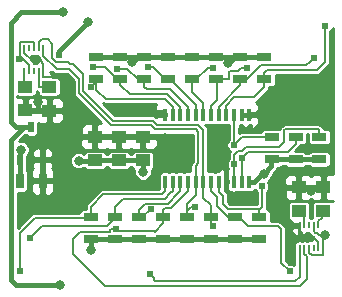
<source format=gbr>
G04 #@! TF.FileFunction,Copper,L1,Top,Signal*
%FSLAX46Y46*%
G04 Gerber Fmt 4.6, Leading zero omitted, Abs format (unit mm)*
G04 Created by KiCad (PCBNEW (2014-12-04 BZR 5312)-product) date Ut 21. apríl 2015, 11:03:53 CEST*
%MOMM*%
G01*
G04 APERTURE LIST*
%ADD10C,0.100000*%
%ADD11R,1.300000X0.700000*%
%ADD12R,0.400000X1.100000*%
%ADD13R,0.480000X0.900000*%
%ADD14O,0.225000X0.600000*%
%ADD15R,0.225000X0.600000*%
%ADD16R,1.250000X1.000000*%
%ADD17R,0.700000X1.300000*%
%ADD18C,0.812800*%
%ADD19C,0.609600*%
%ADD20C,0.203200*%
%ADD21C,0.406400*%
%ADD22C,0.254000*%
G04 APERTURE END LIST*
D10*
D11*
X183753000Y-106655400D03*
X183753000Y-104755400D03*
D12*
X188575000Y-109650000D03*
X187925000Y-109650000D03*
X187275000Y-109650000D03*
X186625000Y-109650000D03*
X185975000Y-109650000D03*
X185325000Y-109650000D03*
X184675000Y-109650000D03*
X184025000Y-109650000D03*
X183375000Y-109650000D03*
X182725000Y-109650000D03*
X182075000Y-109650000D03*
X181425000Y-109650000D03*
X181425000Y-115350000D03*
X182075000Y-115350000D03*
X182725000Y-115350000D03*
X183375000Y-115350000D03*
X184025000Y-115350000D03*
X184675000Y-115350000D03*
X185325000Y-115350000D03*
X185975000Y-115350000D03*
X186625000Y-115350000D03*
X187275000Y-115350000D03*
X187925000Y-115350000D03*
X188575000Y-115350000D03*
D13*
X170129200Y-110730440D03*
X169179200Y-113480440D03*
X171079200Y-113480440D03*
D14*
X169532400Y-105938360D03*
D15*
X169932400Y-105938360D03*
X170332400Y-105938360D03*
X170732400Y-105938360D03*
X171132400Y-105938360D03*
X171132400Y-104038360D03*
X170732400Y-104038360D03*
X170332400Y-104038360D03*
X169932400Y-104038360D03*
X169532400Y-104038360D03*
D14*
X194424200Y-119037060D03*
D15*
X194024200Y-119037060D03*
X193624200Y-119037060D03*
X193224200Y-119037060D03*
X192824200Y-119037060D03*
X192824200Y-120937060D03*
X193224200Y-120937060D03*
X193624200Y-120937060D03*
X194024200Y-120937060D03*
X194424200Y-120937060D03*
D16*
X169623740Y-107295440D03*
X169623740Y-109295440D03*
X171632880Y-107308140D03*
X171632880Y-109308140D03*
X194851020Y-117809520D03*
X194851020Y-115809520D03*
X192768220Y-117809520D03*
X192768220Y-115809520D03*
X179562000Y-113538000D03*
X179562000Y-111538000D03*
X177530000Y-113538000D03*
X177530000Y-111538000D03*
X175498000Y-113538000D03*
X175498000Y-111538000D03*
D11*
X189849000Y-104755400D03*
X189849000Y-106655400D03*
X185785000Y-106655400D03*
X185785000Y-104755400D03*
X187817000Y-104755400D03*
X187817000Y-106655400D03*
X181721000Y-106655400D03*
X181721000Y-104755400D03*
X179689000Y-106655400D03*
X179689000Y-104755400D03*
X177657000Y-106655400D03*
X177657000Y-104755400D03*
X175625000Y-106655400D03*
X175625000Y-104755400D03*
X190500000Y-113450000D03*
X190500000Y-111550000D03*
X175167800Y-118319000D03*
X175167800Y-120219000D03*
X177199800Y-118319000D03*
X177199800Y-120219000D03*
X179231800Y-118319000D03*
X179231800Y-120219000D03*
X192500000Y-113450000D03*
X192500000Y-111550000D03*
X181263800Y-118319000D03*
X181263800Y-120219000D03*
X194500000Y-113450000D03*
X194500000Y-111550000D03*
X183295800Y-118319000D03*
X183295800Y-120219000D03*
X185327800Y-118319000D03*
X185327800Y-120219000D03*
D17*
X169186820Y-115262660D03*
X171086820Y-115262660D03*
D11*
X187359800Y-118319000D03*
X187359800Y-120219000D03*
X189391800Y-118319000D03*
X189391800Y-120219000D03*
D18*
X172419577Y-113062810D03*
X174259240Y-111541560D03*
X181442360Y-111668560D03*
X189461140Y-109634020D03*
X194518280Y-108684060D03*
X180350759Y-109443501D03*
X177985420Y-109179360D03*
X170109602Y-117568980D03*
X179336700Y-115587780D03*
X185516520Y-111285020D03*
X187085194Y-116509601D03*
X193807661Y-116128216D03*
X170654980Y-108546900D03*
X182615840Y-114117120D03*
X174083980Y-115242340D03*
X174111920Y-113558320D03*
X179575460Y-114515900D03*
X175155860Y-121102120D03*
X189814200Y-114645440D03*
X186795880Y-105300871D03*
X178679004Y-105215436D03*
X174929800Y-101820980D03*
X195000000Y-119841325D03*
D19*
X172493938Y-104576880D03*
X169070030Y-104939505D03*
D18*
X172544740Y-124091700D03*
X172793660Y-100977700D03*
D19*
X187283487Y-113854946D03*
X187924440Y-113355120D03*
X187273516Y-112246955D03*
D18*
X169243229Y-112626140D03*
D19*
X195003420Y-102123240D03*
X188394340Y-105697020D03*
X185539380Y-105666540D03*
X194010280Y-104861360D03*
X180032648Y-105625900D03*
X177346535Y-105757702D03*
X175313310Y-105623360D03*
X175140620Y-107358180D03*
X169141629Y-122900440D03*
X170037760Y-120068340D03*
X191985900Y-122908060D03*
X189636326Y-115739121D03*
X183991998Y-117480080D03*
X185484181Y-119053021D03*
X180167280Y-123164600D03*
X180211209Y-117611326D03*
X177302160Y-119301260D03*
D20*
X169532400Y-105938360D02*
X169532400Y-107204100D01*
X169532400Y-107204100D02*
X169623740Y-107295440D01*
D21*
X171632880Y-109308140D02*
X172978320Y-109308140D01*
X172978320Y-109308140D02*
X174259240Y-110589060D01*
X174259240Y-110589060D02*
X174259240Y-111541560D01*
D20*
X169532400Y-104038360D02*
X169532400Y-104429660D01*
X170942000Y-105150920D02*
X171132400Y-105341320D01*
X169532400Y-104429660D02*
X170253660Y-105150920D01*
X171132400Y-105341320D02*
X171132400Y-105938360D01*
X170253660Y-105150920D02*
X170942000Y-105150920D01*
X192824200Y-119037060D02*
X192824200Y-119506762D01*
X192824200Y-119506762D02*
X193327358Y-120009920D01*
X193327358Y-120009920D02*
X194000260Y-120009920D01*
X194000260Y-120009920D02*
X194424200Y-120433860D01*
X194424200Y-120433860D02*
X194424200Y-120937060D01*
D21*
X174262800Y-111538000D02*
X174259240Y-111541560D01*
X175498000Y-111538000D02*
X174262800Y-111538000D01*
D22*
X173940827Y-111541560D02*
X172419577Y-113062810D01*
X174259240Y-111541560D02*
X173940827Y-111541560D01*
D21*
X175498000Y-111538000D02*
X177530000Y-111538000D01*
X177530000Y-111538000D02*
X179562000Y-111538000D01*
X172001947Y-113480440D02*
X172419577Y-113062810D01*
X171079200Y-113480440D02*
X172001947Y-113480440D01*
X171086820Y-113488060D02*
X171079200Y-113480440D01*
X171086820Y-115262660D02*
X171086820Y-113488060D01*
X181311800Y-111538000D02*
X181442360Y-111668560D01*
X179562000Y-111538000D02*
X181311800Y-111538000D01*
X188590980Y-109634020D02*
X188575000Y-109650000D01*
X189461140Y-109634020D02*
X188590980Y-109634020D01*
X188575000Y-109650000D02*
X187925000Y-109650000D01*
X193568320Y-109634020D02*
X194518280Y-108684060D01*
X189461140Y-109634020D02*
X193568320Y-109634020D01*
X181218501Y-109443501D02*
X181425000Y-109650000D01*
X180350759Y-109443501D02*
X181218501Y-109443501D01*
X180086618Y-109179360D02*
X180350759Y-109443501D01*
X177985420Y-109179360D02*
X180086618Y-109179360D01*
X171620180Y-109295440D02*
X171632880Y-109308140D01*
X171086820Y-116591762D02*
X170109602Y-117568980D01*
X171086820Y-115262660D02*
X171086820Y-116591762D01*
X181442360Y-113851946D02*
X181442360Y-112243296D01*
X181442360Y-112243296D02*
X181442360Y-111668560D01*
X179706526Y-115587780D02*
X181442360Y-113851946D01*
X179336700Y-115587780D02*
X179706526Y-115587780D01*
X186625000Y-114393600D02*
X186625000Y-115350000D01*
X186625000Y-114249037D02*
X186625000Y-114393600D01*
X185516520Y-113140557D02*
X186625000Y-114249037D01*
X185516520Y-111285020D02*
X185516520Y-113140557D01*
X195556401Y-109722181D02*
X195556401Y-114282959D01*
X194518280Y-108684060D02*
X195556401Y-109722181D01*
X194851020Y-114903120D02*
X194851020Y-115809520D01*
X195471181Y-114282959D02*
X194851020Y-114903120D01*
X195556401Y-114282959D02*
X195471181Y-114282959D01*
X194851020Y-115809520D02*
X192768220Y-115809520D01*
X186625000Y-116049407D02*
X187085194Y-116509601D01*
X186625000Y-115350000D02*
X186625000Y-116049407D01*
X194126357Y-115809520D02*
X193807661Y-116128216D01*
X194851020Y-115809520D02*
X194126357Y-115809520D01*
D20*
X191940020Y-115809520D02*
X192768220Y-115809520D01*
X191673480Y-116076060D02*
X191940020Y-115809520D01*
X191673480Y-119206590D02*
X191673480Y-116076060D01*
X191668410Y-119211660D02*
X191673480Y-119206590D01*
X192466670Y-120009920D02*
X191668410Y-119211660D01*
X193327358Y-120009920D02*
X192466670Y-120009920D01*
X171632880Y-108604940D02*
X171632880Y-109308140D01*
X171756960Y-108480860D02*
X171632880Y-108604940D01*
X172918120Y-106862880D02*
X172918120Y-108147900D01*
X172516800Y-106461560D02*
X172918120Y-106862880D01*
X171132400Y-106441560D02*
X171152400Y-106461560D01*
X171152400Y-106461560D02*
X172516800Y-106461560D01*
X171132400Y-105938360D02*
X171132400Y-106441560D01*
D21*
X170654980Y-109256070D02*
X170615610Y-109295440D01*
X170654980Y-108546900D02*
X170654980Y-109256070D01*
X170615610Y-109295440D02*
X171620180Y-109295440D01*
X169623740Y-109295440D02*
X170615610Y-109295440D01*
X181442360Y-112943640D02*
X182615840Y-114117120D01*
X181442360Y-111668560D02*
X181442360Y-112943640D01*
X172419577Y-113577937D02*
X174083980Y-115242340D01*
X172419577Y-113062810D02*
X172419577Y-113577937D01*
D20*
X193624200Y-120937060D02*
X193624200Y-121337352D01*
X193624200Y-121337352D02*
X193848708Y-121561860D01*
X194135720Y-119651780D02*
X194024200Y-119540260D01*
X193848708Y-121561860D02*
X194823080Y-121561860D01*
X194823080Y-121561860D02*
X194823080Y-120141763D01*
X194823080Y-120141763D02*
X194333097Y-119651780D01*
X194333097Y-119651780D02*
X194135720Y-119651780D01*
X194024200Y-119540260D02*
X194024200Y-119037060D01*
X169932400Y-105444468D02*
X169932400Y-105938360D01*
X170332400Y-104038360D02*
X170332400Y-103568658D01*
X169165899Y-103535159D02*
X169165899Y-104677967D01*
X170332400Y-103568658D02*
X170248101Y-103484359D01*
X169216699Y-103484359D02*
X169165899Y-103535159D01*
X170248101Y-103484359D02*
X169216699Y-103484359D01*
D21*
X175477680Y-113558320D02*
X175498000Y-113538000D01*
X174111920Y-113558320D02*
X175477680Y-113558320D01*
X175498000Y-113538000D02*
X177530000Y-113538000D01*
X177530000Y-113538000D02*
X179562000Y-113538000D01*
X185785000Y-104755400D02*
X187817000Y-104755400D01*
X187817000Y-104755400D02*
X189849000Y-104755400D01*
X175625000Y-104755400D02*
X177657000Y-104755400D01*
X177657000Y-104755400D02*
X179689000Y-104755400D01*
X179689000Y-104755400D02*
X181721000Y-104755400D01*
X183753000Y-104755400D02*
X181721000Y-104755400D01*
X185785000Y-104755400D02*
X183753000Y-104755400D01*
X175167800Y-120219000D02*
X177199800Y-120219000D01*
X177199800Y-120219000D02*
X179231800Y-120219000D01*
X179231800Y-120219000D02*
X181263800Y-120219000D01*
X181263800Y-120219000D02*
X183295800Y-120219000D01*
X183295800Y-120219000D02*
X185327800Y-120219000D01*
X185327800Y-120219000D02*
X187359800Y-120219000D01*
X187359800Y-120219000D02*
X189391800Y-120219000D01*
X179562000Y-114502440D02*
X179575460Y-114515900D01*
X179562000Y-113538000D02*
X179562000Y-114502440D01*
X175155860Y-120230940D02*
X175167800Y-120219000D01*
X175155860Y-121102120D02*
X175155860Y-120230940D01*
X190500000Y-113450000D02*
X192500000Y-113450000D01*
X192500000Y-113450000D02*
X194500000Y-113450000D01*
X189814200Y-114645440D02*
X190446660Y-114012980D01*
X190446660Y-113503340D02*
X190500000Y-113450000D01*
X190446660Y-114012980D02*
X190446660Y-113503340D01*
X189005500Y-115350000D02*
X188575000Y-115350000D01*
X189720220Y-114635280D02*
X189005500Y-115350000D01*
X189816740Y-114635280D02*
X189720220Y-114635280D01*
X189816740Y-114642900D02*
X189816740Y-114635280D01*
X189814200Y-114645440D02*
X189816740Y-114642900D01*
X187341351Y-104755400D02*
X186795880Y-105300871D01*
X187817000Y-104755400D02*
X187341351Y-104755400D01*
X179139040Y-104755400D02*
X178679004Y-105215436D01*
X179689000Y-104755400D02*
X179139040Y-104755400D01*
D20*
X194823080Y-120018245D02*
X195000000Y-119841325D01*
X194823080Y-120141763D02*
X194823080Y-120018245D01*
D21*
X172493938Y-104256842D02*
X174929800Y-101820980D01*
X172493938Y-104576880D02*
X172493938Y-104256842D01*
D20*
X169499670Y-105011738D02*
X169142263Y-105011738D01*
X169165899Y-104677967D02*
X169499670Y-105011738D01*
X169142263Y-105011738D02*
X169070030Y-104939505D01*
X169499670Y-105011738D02*
X169932400Y-105444468D01*
X170732400Y-105938360D02*
X170732400Y-107235860D01*
X170732400Y-107235860D02*
X170804680Y-107308140D01*
X170804680Y-107308140D02*
X171632880Y-107308140D01*
X194701160Y-118422420D02*
X194701160Y-117959380D01*
X194701160Y-117959380D02*
X194851020Y-117809520D01*
X194424200Y-118699380D02*
X194701160Y-118422420D01*
X194424200Y-119037060D02*
X194424200Y-118699380D01*
X193224200Y-119037060D02*
X193224200Y-118265500D01*
X193224200Y-118265500D02*
X192768220Y-117809520D01*
D21*
X168430419Y-111782821D02*
X168430419Y-119085839D01*
X169482800Y-110730440D02*
X168430419Y-111782821D01*
X170129200Y-110730440D02*
X169482800Y-110730440D01*
X168430419Y-119085839D02*
X168430419Y-123698479D01*
X168823640Y-124091700D02*
X172544740Y-124091700D01*
X168430419Y-123698479D02*
X168823640Y-124091700D01*
X172775880Y-100959920D02*
X172793660Y-100977700D01*
X169275760Y-100959920D02*
X172775880Y-100959920D01*
X168358820Y-101876860D02*
X169275760Y-100959920D01*
X168358820Y-110296960D02*
X168358820Y-101876860D01*
X168792300Y-110730440D02*
X168358820Y-110296960D01*
X170129200Y-110730440D02*
X168792300Y-110730440D01*
D20*
X187283487Y-115341513D02*
X187275000Y-115350000D01*
X187283487Y-113854946D02*
X187283487Y-115341513D01*
X194500000Y-110996800D02*
X194500000Y-111550000D01*
X194398399Y-110895199D02*
X194500000Y-110996800D01*
X191606159Y-110895199D02*
X194398399Y-110895199D01*
X191545199Y-110956159D02*
X191606159Y-110895199D01*
X191545199Y-111946701D02*
X191545199Y-110956159D01*
X191112150Y-112379750D02*
X191545199Y-111946701D01*
X188317440Y-112379750D02*
X191112150Y-112379750D01*
X187951671Y-112745519D02*
X188317440Y-112379750D01*
X187631831Y-112745519D02*
X187951671Y-112745519D01*
X187283487Y-113093863D02*
X187631831Y-112745519D01*
X187283487Y-113854946D02*
X187283487Y-113093863D01*
X187925000Y-113355680D02*
X187924440Y-113355120D01*
X187925000Y-115350000D02*
X187925000Y-113355680D01*
X192500000Y-112103200D02*
X192500000Y-111550000D01*
X188485780Y-112786160D02*
X191817040Y-112786160D01*
X188384180Y-112895380D02*
X188384180Y-112887760D01*
X191817040Y-112786160D02*
X192500000Y-112103200D01*
X188384180Y-112887760D02*
X188485780Y-112786160D01*
X187924440Y-113355120D02*
X188384180Y-112895380D01*
X187275000Y-109650000D02*
X187275000Y-112245471D01*
X187275000Y-112245471D02*
X187273516Y-112246955D01*
X187970471Y-111550000D02*
X187563760Y-111956711D01*
X190500000Y-111550000D02*
X187970471Y-111550000D01*
X187563760Y-111956711D02*
X187273516Y-112246955D01*
D21*
X169179200Y-115255040D02*
X169186820Y-115262660D01*
X169179200Y-113480440D02*
X169179200Y-115255040D01*
X169179200Y-112690169D02*
X169243229Y-112626140D01*
X169179200Y-113480440D02*
X169179200Y-112690169D01*
D20*
X189849000Y-107331000D02*
X189849000Y-106655400D01*
X188976000Y-108204000D02*
X189849000Y-107331000D01*
X187317800Y-108204000D02*
X188976000Y-108204000D01*
X186625000Y-108896800D02*
X187317800Y-108204000D01*
X186625000Y-109650000D02*
X186625000Y-108896800D01*
X190050970Y-105900230D02*
X194271890Y-105900230D01*
X189849000Y-106102200D02*
X190050970Y-105900230D01*
X189849000Y-106655400D02*
X189849000Y-106102200D01*
X195003420Y-105168700D02*
X195003420Y-102123240D01*
X194271890Y-105900230D02*
X195003420Y-105168700D01*
X185801000Y-106671400D02*
X185785000Y-106655400D01*
X185785000Y-108472400D02*
X185801000Y-108456400D01*
X185785000Y-108494320D02*
X185785000Y-108472400D01*
X185325000Y-108954320D02*
X185785000Y-108494320D01*
X185801000Y-108456400D02*
X185801000Y-106671400D01*
X185325000Y-109650000D02*
X185325000Y-108954320D01*
X187901580Y-105697020D02*
X188394340Y-105697020D01*
X187598001Y-106000599D02*
X187901580Y-105697020D01*
X186923159Y-106000599D02*
X187598001Y-106000599D01*
X186862199Y-106061559D02*
X186923159Y-106000599D01*
X186862199Y-106655400D02*
X186862199Y-106061559D01*
X185785000Y-106655400D02*
X186862199Y-106655400D01*
X183753000Y-107746040D02*
X183753000Y-106655400D01*
X184675780Y-108668820D02*
X183753000Y-107746040D01*
X184675000Y-108669600D02*
X184675780Y-108668820D01*
X184675000Y-109650000D02*
X184675000Y-108669600D01*
X185108328Y-105666540D02*
X185539380Y-105666540D01*
X185041860Y-105666540D02*
X185108328Y-105666540D01*
X183753000Y-106655400D02*
X184053000Y-106655400D01*
X184053000Y-106655400D02*
X185041860Y-105666540D01*
X187817000Y-107130050D02*
X187817000Y-106655400D01*
X185975000Y-108972050D02*
X187817000Y-107130050D01*
X185975000Y-109650000D02*
X185975000Y-108972050D01*
X187817000Y-106655400D02*
X188391526Y-106655400D01*
X188391526Y-106655400D02*
X189553106Y-105493820D01*
X193377820Y-105493820D02*
X193705481Y-105166159D01*
X193705481Y-105166159D02*
X194010280Y-104861360D01*
X189553106Y-105493820D02*
X193377820Y-105493820D01*
X184025000Y-108841000D02*
X184025000Y-109650000D01*
X181839400Y-106655400D02*
X184025000Y-108841000D01*
X181721000Y-106655400D02*
X181839400Y-106655400D01*
X181721000Y-106655400D02*
X181421000Y-106655400D01*
X181421000Y-106655400D02*
X180391500Y-105625900D01*
X180391500Y-105625900D02*
X180032648Y-105625900D01*
X179895500Y-107505500D02*
X179689000Y-107299000D01*
X181870891Y-107505500D02*
X179895500Y-107505500D01*
X183375000Y-109009609D02*
X181870891Y-107505500D01*
X179689000Y-107299000D02*
X179689000Y-106655400D01*
X183375000Y-109650000D02*
X183375000Y-109009609D01*
X178218822Y-105757702D02*
X177346535Y-105757702D01*
X179116520Y-106655400D02*
X178218822Y-105757702D01*
X179689000Y-106655400D02*
X179116520Y-106655400D01*
X177657000Y-107131360D02*
X177657000Y-106655400D01*
X178437550Y-107911910D02*
X177657000Y-107131360D01*
X181635552Y-107911910D02*
X178437550Y-107911910D01*
X182725000Y-109001358D02*
X181635552Y-107911910D01*
X182725000Y-109650000D02*
X182725000Y-109001358D01*
X177657000Y-106655400D02*
X177357000Y-106655400D01*
X175744362Y-105623360D02*
X175313310Y-105623360D01*
X177357000Y-106655400D02*
X176324960Y-105623360D01*
X176324960Y-105623360D02*
X175744362Y-105623360D01*
X175625000Y-107553000D02*
X175625000Y-106655400D01*
X176413160Y-108341160D02*
X175625000Y-107553000D01*
X181414802Y-108341160D02*
X176413160Y-108341160D01*
X182075000Y-109001358D02*
X181414802Y-108341160D01*
X182075000Y-109650000D02*
X182075000Y-109001358D01*
X175625000Y-106873800D02*
X175140620Y-107358180D01*
X175625000Y-106655400D02*
X175625000Y-106873800D01*
X175167800Y-118319000D02*
X175140580Y-118346220D01*
X175140580Y-118346220D02*
X175138080Y-118346220D01*
X170423840Y-118376700D02*
X169141629Y-119658911D01*
X175138080Y-118346220D02*
X175107600Y-118376700D01*
X175107600Y-118376700D02*
X170423840Y-118376700D01*
X169141629Y-119658911D02*
X169141629Y-122900440D01*
X181181030Y-116382770D02*
X176225230Y-116382770D01*
X181235400Y-116328400D02*
X181181030Y-116382770D01*
X175167800Y-117440200D02*
X175167800Y-118319000D01*
X176225230Y-116382770D02*
X175167800Y-117440200D01*
X181235400Y-116292800D02*
X181235400Y-116328400D01*
X181425000Y-116103200D02*
X181235400Y-116292800D01*
X181425000Y-115350000D02*
X181425000Y-116103200D01*
X181885400Y-116328400D02*
X181424620Y-116789180D01*
X181424620Y-116789180D02*
X177850820Y-116789180D01*
X177199800Y-117440200D02*
X177199800Y-118319000D01*
X177850820Y-116789180D02*
X177199800Y-117440200D01*
X181885400Y-116292800D02*
X181885400Y-116328400D01*
X182075000Y-116103200D02*
X181885400Y-116292800D01*
X182075000Y-115350000D02*
X182075000Y-116103200D01*
X171041060Y-119065040D02*
X170037760Y-120068340D01*
X176504600Y-119065040D02*
X171041060Y-119065040D01*
X177199800Y-118369840D02*
X176504600Y-119065040D01*
X177199800Y-118319000D02*
X177199800Y-118369840D01*
X187659800Y-118319000D02*
X188466800Y-119126000D01*
X187359800Y-118319000D02*
X187659800Y-118319000D01*
X188466800Y-119126000D02*
X191008000Y-119126000D01*
X191008000Y-119126000D02*
X191262000Y-119380000D01*
X191262000Y-122184160D02*
X191985900Y-122908060D01*
X191262000Y-119380000D02*
X191262000Y-122184160D01*
X186810100Y-118319000D02*
X187359800Y-118319000D01*
X185874660Y-117383560D02*
X186810100Y-118319000D01*
X185874660Y-116652860D02*
X185874660Y-117383560D01*
X185325000Y-116103200D02*
X185874660Y-116652860D01*
X185325000Y-115350000D02*
X185325000Y-116103200D01*
X189391800Y-117753412D02*
X189391800Y-118319000D01*
X189636326Y-117508886D02*
X189391800Y-117753412D01*
X189636326Y-115739121D02*
X189636326Y-117508886D01*
X187881260Y-117622320D02*
X187923139Y-117664199D01*
X186789060Y-117622320D02*
X187881260Y-117622320D01*
X187923139Y-117664199D02*
X189302587Y-117664199D01*
X186377580Y-117210840D02*
X186789060Y-117622320D01*
X186377580Y-116581030D02*
X186377580Y-117210840D01*
X189302587Y-117664199D02*
X189391800Y-117753412D01*
X185975000Y-116178450D02*
X186377580Y-116581030D01*
X185975000Y-115350000D02*
X185975000Y-116178450D01*
X171132400Y-104038360D02*
X171132400Y-104541560D01*
X171132400Y-104541560D02*
X171132500Y-104541660D01*
X183295800Y-118319000D02*
X183295800Y-117826280D01*
X183295800Y-117826280D02*
X183642000Y-117480080D01*
X183642000Y-117480080D02*
X183991998Y-117480080D01*
X184025000Y-115350000D02*
X184025000Y-116457000D01*
X184025000Y-116457000D02*
X183295800Y-117186200D01*
X183295800Y-117186200D02*
X183295800Y-118319000D01*
X184025000Y-114017520D02*
X184025000Y-115350000D01*
X184268590Y-111134370D02*
X184268590Y-113773930D01*
X184268590Y-113773930D02*
X184025000Y-114017520D01*
X180258762Y-110561120D02*
X180608852Y-110911210D01*
X184045430Y-110911210D02*
X184268590Y-111134370D01*
X180608852Y-110911210D02*
X184045430Y-110911210D01*
X183295800Y-118319000D02*
X182995800Y-118319000D01*
X173314360Y-105824020D02*
X174124609Y-106634269D01*
X172264118Y-105824020D02*
X173314360Y-105824020D01*
X171132400Y-104692302D02*
X172264118Y-105824020D01*
X171132400Y-104541560D02*
X171132400Y-104692302D01*
X174124609Y-106634269D02*
X174124609Y-107861734D01*
X174124609Y-107861734D02*
X176823995Y-110561120D01*
X176823995Y-110561120D02*
X180258762Y-110561120D01*
X184675000Y-115350000D02*
X184675000Y-116689360D01*
X184675000Y-116689360D02*
X185327800Y-117342160D01*
X185327800Y-117342160D02*
X185327800Y-118319000D01*
X185327800Y-118896640D02*
X185484181Y-119053021D01*
X185327800Y-118319000D02*
X185327800Y-118896640D01*
X184675000Y-113824240D02*
X184675000Y-115350000D01*
X184675000Y-110959120D02*
X184675000Y-113824240D01*
X170732400Y-104038360D02*
X170732400Y-103535160D01*
X180777193Y-110504801D02*
X184220681Y-110504801D01*
X174531019Y-107650789D02*
X177034941Y-110154711D01*
X174531019Y-106182199D02*
X174531019Y-107650789D01*
X173235619Y-105186481D02*
X173385498Y-105336360D01*
X173685180Y-105336360D02*
X174531019Y-106182199D01*
X184220681Y-110504801D02*
X184675000Y-110959120D01*
X173385498Y-105336360D02*
X173685180Y-105336360D01*
X172201329Y-105186481D02*
X173235619Y-105186481D01*
X180427103Y-110154711D02*
X180777193Y-110504801D01*
X171884337Y-103642157D02*
X171884337Y-104869489D01*
X177034941Y-110154711D02*
X180427103Y-110154711D01*
X171523660Y-103281480D02*
X171884337Y-103642157D01*
X171884337Y-104869489D02*
X172201329Y-105186481D01*
X170986080Y-103281480D02*
X171523660Y-103281480D01*
X170732400Y-103535160D02*
X170986080Y-103281480D01*
X192824200Y-120937060D02*
X192824200Y-122896786D01*
X180469541Y-123466861D02*
X180167280Y-123164600D01*
X181668210Y-117195590D02*
X179730410Y-117195590D01*
X182535400Y-116328400D02*
X181668210Y-117195590D01*
X179231800Y-117694200D02*
X179231800Y-118319000D01*
X179730410Y-117195590D02*
X179231800Y-117694200D01*
X179231800Y-118319000D02*
X179231800Y-118405400D01*
X182535400Y-116292800D02*
X182535400Y-116328400D01*
X182725000Y-116103200D02*
X182535400Y-116292800D01*
X182725000Y-115350000D02*
X182725000Y-116103200D01*
X179503535Y-118319000D02*
X180211209Y-117611326D01*
X179231800Y-118319000D02*
X179503535Y-118319000D01*
X180469541Y-123682761D02*
X180568590Y-123781810D01*
X180469541Y-123466861D02*
X180469541Y-123682761D01*
X180568590Y-123781810D02*
X192438030Y-123781810D01*
X192824200Y-123395640D02*
X192824200Y-122896786D01*
X192438030Y-123781810D02*
X192824200Y-123395640D01*
X181263800Y-117765800D02*
X181263800Y-118319000D01*
X181911800Y-117602000D02*
X181427600Y-117602000D01*
X183185400Y-116328400D02*
X181911800Y-117602000D01*
X181427600Y-117602000D02*
X181263800Y-117765800D01*
X183185400Y-116292800D02*
X183185400Y-116328400D01*
X183375000Y-116103200D02*
X183185400Y-116292800D01*
X183375000Y-115350000D02*
X183375000Y-116103200D01*
X181263800Y-118319000D02*
X180963800Y-118319000D01*
X177543460Y-119542560D02*
X177302160Y-119301260D01*
X180552800Y-119542560D02*
X177543460Y-119542560D01*
X180573120Y-119562880D02*
X180552800Y-119542560D01*
X181263800Y-118872200D02*
X180573120Y-119562880D01*
X181263800Y-118319000D02*
X181263800Y-118872200D01*
X193224200Y-121440260D02*
X193224200Y-120937060D01*
X193421000Y-121637060D02*
X193224200Y-121440260D01*
X193421000Y-123604020D02*
X193421000Y-121637060D01*
X176380140Y-124188220D02*
X192836800Y-124188220D01*
X173616620Y-121424700D02*
X176380140Y-124188220D01*
X173616620Y-120221538D02*
X173616620Y-121424700D01*
X174273959Y-119564199D02*
X173616620Y-120221538D01*
X176744581Y-119564199D02*
X174273959Y-119564199D01*
X176784748Y-119524032D02*
X176744581Y-119564199D01*
X176784748Y-119387620D02*
X176784748Y-119524032D01*
X176871108Y-119301260D02*
X176784748Y-119387620D01*
X192836800Y-124188220D02*
X193421000Y-123604020D01*
X177302160Y-119301260D02*
X176871108Y-119301260D01*
D22*
G36*
X170850605Y-105021165D02*
X170660202Y-105100033D01*
X170481573Y-105278661D01*
X170469952Y-105306715D01*
X170444900Y-105301691D01*
X170335800Y-105301691D01*
X170331332Y-105279226D01*
X170331331Y-105279225D01*
X170300272Y-105232742D01*
X170237729Y-105139140D01*
X170237729Y-105139139D01*
X170237725Y-105139136D01*
X169983864Y-104885275D01*
X170004598Y-104876687D01*
X170183227Y-104698059D01*
X170194847Y-104670004D01*
X170219900Y-104675029D01*
X170444900Y-104675029D01*
X170533846Y-104657771D01*
X170619900Y-104675029D01*
X170700600Y-104675029D01*
X170700600Y-104692302D01*
X170733469Y-104857545D01*
X170827071Y-104997631D01*
X170850605Y-105021165D01*
X170850605Y-105021165D01*
G37*
X170850605Y-105021165D02*
X170660202Y-105100033D01*
X170481573Y-105278661D01*
X170469952Y-105306715D01*
X170444900Y-105301691D01*
X170335800Y-105301691D01*
X170331332Y-105279226D01*
X170331331Y-105279225D01*
X170300272Y-105232742D01*
X170237729Y-105139140D01*
X170237729Y-105139139D01*
X170237725Y-105139136D01*
X169983864Y-104885275D01*
X170004598Y-104876687D01*
X170183227Y-104698059D01*
X170194847Y-104670004D01*
X170219900Y-104675029D01*
X170444900Y-104675029D01*
X170533846Y-104657771D01*
X170619900Y-104675029D01*
X170700600Y-104675029D01*
X170700600Y-104692302D01*
X170733469Y-104857545D01*
X170827071Y-104997631D01*
X170850605Y-105021165D01*
G36*
X181538331Y-109777000D02*
X181525000Y-109777000D01*
X181525000Y-109797000D01*
X181325000Y-109797000D01*
X181325000Y-109777000D01*
X180748750Y-109777000D01*
X180698824Y-109826925D01*
X180592346Y-109755780D01*
X180427103Y-109722911D01*
X177213798Y-109722911D01*
X176196870Y-108705982D01*
X176201434Y-108709032D01*
X176247917Y-108740091D01*
X176247918Y-108740092D01*
X176413160Y-108772961D01*
X176413160Y-108772960D01*
X176413165Y-108772960D01*
X180673145Y-108772960D01*
X180590000Y-108973691D01*
X180590000Y-109364250D01*
X180748750Y-109523000D01*
X181325000Y-109523000D01*
X181325000Y-109503000D01*
X181525000Y-109503000D01*
X181525000Y-109523000D01*
X181538331Y-109523000D01*
X181538331Y-109777000D01*
X181538331Y-109777000D01*
G37*
X181538331Y-109777000D02*
X181525000Y-109777000D01*
X181525000Y-109797000D01*
X181325000Y-109797000D01*
X181325000Y-109777000D01*
X180748750Y-109777000D01*
X180698824Y-109826925D01*
X180592346Y-109755780D01*
X180427103Y-109722911D01*
X177213798Y-109722911D01*
X176196870Y-108705982D01*
X176201434Y-108709032D01*
X176247917Y-108740091D01*
X176247918Y-108740092D01*
X176413160Y-108772961D01*
X176413160Y-108772960D01*
X176413165Y-108772960D01*
X180673145Y-108772960D01*
X180590000Y-108973691D01*
X180590000Y-109364250D01*
X180748750Y-109523000D01*
X181325000Y-109523000D01*
X181325000Y-109503000D01*
X181525000Y-109503000D01*
X181525000Y-109523000D01*
X181538331Y-109523000D01*
X181538331Y-109777000D01*
G36*
X183836790Y-113595072D02*
X183719671Y-113712191D01*
X183626069Y-113852277D01*
X183593200Y-114017520D01*
X183593200Y-114466980D01*
X183575000Y-114463331D01*
X183175000Y-114463331D01*
X183049096Y-114487759D01*
X183048561Y-114488110D01*
X182925000Y-114463331D01*
X182525000Y-114463331D01*
X182399096Y-114487759D01*
X182398561Y-114488110D01*
X182275000Y-114463331D01*
X181875000Y-114463331D01*
X181749096Y-114487759D01*
X181748561Y-114488110D01*
X181625000Y-114463331D01*
X181225000Y-114463331D01*
X181099096Y-114487759D01*
X180988438Y-114560450D01*
X180914364Y-114670187D01*
X180888331Y-114800000D01*
X180888331Y-115900000D01*
X180898220Y-115950970D01*
X180822000Y-115950970D01*
X180822000Y-112164309D01*
X180822000Y-111823750D01*
X180663250Y-111665000D01*
X179689000Y-111665000D01*
X179689000Y-112514250D01*
X179847750Y-112673000D01*
X180060691Y-112673000D01*
X180313310Y-112673000D01*
X180546699Y-112576327D01*
X180725327Y-112397698D01*
X180822000Y-112164309D01*
X180822000Y-115950970D01*
X180523669Y-115950970D01*
X180523669Y-114038000D01*
X180523669Y-113038000D01*
X180499241Y-112912096D01*
X180426550Y-112801438D01*
X180316813Y-112727364D01*
X180187000Y-112701331D01*
X179435000Y-112701331D01*
X179435000Y-112514250D01*
X179435000Y-111665000D01*
X178631250Y-111665000D01*
X178460750Y-111665000D01*
X177657000Y-111665000D01*
X177657000Y-112514250D01*
X177815750Y-112673000D01*
X178028691Y-112673000D01*
X178281310Y-112673000D01*
X178514699Y-112576327D01*
X178546000Y-112545025D01*
X178577301Y-112576327D01*
X178810690Y-112673000D01*
X179063309Y-112673000D01*
X179276250Y-112673000D01*
X179435000Y-112514250D01*
X179435000Y-112701331D01*
X178937000Y-112701331D01*
X178811096Y-112725759D01*
X178700438Y-112798450D01*
X178626364Y-112908187D01*
X178607029Y-113004600D01*
X178485188Y-113004600D01*
X178467241Y-112912096D01*
X178394550Y-112801438D01*
X178284813Y-112727364D01*
X178155000Y-112701331D01*
X177403000Y-112701331D01*
X177403000Y-112514250D01*
X177403000Y-111665000D01*
X176599250Y-111665000D01*
X176428750Y-111665000D01*
X175625000Y-111665000D01*
X175625000Y-112514250D01*
X175783750Y-112673000D01*
X175996691Y-112673000D01*
X176249310Y-112673000D01*
X176482699Y-112576327D01*
X176514000Y-112545025D01*
X176545301Y-112576327D01*
X176778690Y-112673000D01*
X177031309Y-112673000D01*
X177244250Y-112673000D01*
X177403000Y-112514250D01*
X177403000Y-112701331D01*
X176905000Y-112701331D01*
X176779096Y-112725759D01*
X176668438Y-112798450D01*
X176594364Y-112908187D01*
X176575029Y-113004600D01*
X176453188Y-113004600D01*
X176435241Y-112912096D01*
X176362550Y-112801438D01*
X176252813Y-112727364D01*
X176123000Y-112701331D01*
X175371000Y-112701331D01*
X175371000Y-112514250D01*
X175371000Y-111665000D01*
X175371000Y-111411000D01*
X175371000Y-110561750D01*
X175212250Y-110403000D01*
X174999309Y-110403000D01*
X174746690Y-110403000D01*
X174513301Y-110499673D01*
X174334673Y-110678302D01*
X174238000Y-110911691D01*
X174238000Y-111252250D01*
X174396750Y-111411000D01*
X175371000Y-111411000D01*
X175371000Y-111665000D01*
X174396750Y-111665000D01*
X174238000Y-111823750D01*
X174238000Y-112164309D01*
X174334673Y-112397698D01*
X174513301Y-112576327D01*
X174746690Y-112673000D01*
X174999309Y-112673000D01*
X175212250Y-112673000D01*
X175371000Y-112514250D01*
X175371000Y-112701331D01*
X174873000Y-112701331D01*
X174747096Y-112725759D01*
X174636438Y-112798450D01*
X174562364Y-112908187D01*
X174552554Y-112957104D01*
X174529715Y-112934225D01*
X174259082Y-112821848D01*
X173966044Y-112821592D01*
X173695215Y-112933497D01*
X173487825Y-113140525D01*
X173375448Y-113411158D01*
X173375192Y-113704196D01*
X173487097Y-113975025D01*
X173694125Y-114182415D01*
X173964758Y-114294792D01*
X174257796Y-114295048D01*
X174528625Y-114183143D01*
X174558672Y-114153148D01*
X174560759Y-114163904D01*
X174633450Y-114274562D01*
X174743187Y-114348636D01*
X174873000Y-114374669D01*
X176123000Y-114374669D01*
X176248904Y-114350241D01*
X176359562Y-114277550D01*
X176433636Y-114167813D01*
X176452970Y-114071400D01*
X176574811Y-114071400D01*
X176592759Y-114163904D01*
X176665450Y-114274562D01*
X176775187Y-114348636D01*
X176905000Y-114374669D01*
X178155000Y-114374669D01*
X178280904Y-114350241D01*
X178391562Y-114277550D01*
X178465636Y-114167813D01*
X178484970Y-114071400D01*
X178606811Y-114071400D01*
X178624759Y-114163904D01*
X178697450Y-114274562D01*
X178807187Y-114348636D01*
X178844248Y-114356068D01*
X178838988Y-114368738D01*
X178838732Y-114661776D01*
X178950637Y-114932605D01*
X179157665Y-115139995D01*
X179428298Y-115252372D01*
X179721336Y-115252628D01*
X179992165Y-115140723D01*
X180199555Y-114933695D01*
X180311932Y-114663062D01*
X180312188Y-114370024D01*
X180304673Y-114351837D01*
X180312904Y-114350241D01*
X180423562Y-114277550D01*
X180497636Y-114167813D01*
X180523669Y-114038000D01*
X180523669Y-115950970D01*
X176225235Y-115950970D01*
X176225230Y-115950969D01*
X176087403Y-115978385D01*
X176059987Y-115983839D01*
X175919901Y-116077441D01*
X174862471Y-117134871D01*
X174768869Y-117274957D01*
X174736000Y-117440200D01*
X174736000Y-117632331D01*
X174517800Y-117632331D01*
X174391896Y-117656759D01*
X174281238Y-117729450D01*
X174207164Y-117839187D01*
X174185964Y-117944900D01*
X172892880Y-117944900D01*
X172892880Y-109934449D01*
X172892880Y-109593890D01*
X172892880Y-109022390D01*
X172892880Y-108681831D01*
X172796207Y-108448442D01*
X172617579Y-108269813D01*
X172384190Y-108173140D01*
X172131571Y-108173140D01*
X171918630Y-108173140D01*
X171759880Y-108331890D01*
X171759880Y-109181140D01*
X172734130Y-109181140D01*
X172892880Y-109022390D01*
X172892880Y-109593890D01*
X172734130Y-109435140D01*
X171759880Y-109435140D01*
X171759880Y-110284390D01*
X171918630Y-110443140D01*
X172131571Y-110443140D01*
X172384190Y-110443140D01*
X172617579Y-110346467D01*
X172796207Y-110167838D01*
X172892880Y-109934449D01*
X172892880Y-117944900D01*
X172071820Y-117944900D01*
X172071820Y-116038970D01*
X172071820Y-115786351D01*
X172071820Y-115548410D01*
X172071820Y-114976910D01*
X172071820Y-114738969D01*
X172071820Y-114486350D01*
X171975147Y-114252961D01*
X171902866Y-114180680D01*
X171954200Y-114056750D01*
X171954200Y-113804131D01*
X171954200Y-113766190D01*
X171954200Y-113194690D01*
X171954200Y-113156749D01*
X171954200Y-112904130D01*
X171857527Y-112670741D01*
X171678898Y-112492113D01*
X171445509Y-112395440D01*
X171357950Y-112395440D01*
X171199200Y-112554190D01*
X171199200Y-113353440D01*
X171795450Y-113353440D01*
X171954200Y-113194690D01*
X171954200Y-113766190D01*
X171795450Y-113607440D01*
X171199200Y-113607440D01*
X171199200Y-114406690D01*
X171213820Y-114421310D01*
X171213820Y-115135660D01*
X171913070Y-115135660D01*
X172071820Y-114976910D01*
X172071820Y-115548410D01*
X171913070Y-115389660D01*
X171213820Y-115389660D01*
X171213820Y-116388910D01*
X171372570Y-116547660D01*
X171563129Y-116547660D01*
X171796518Y-116450987D01*
X171975147Y-116272359D01*
X172071820Y-116038970D01*
X172071820Y-117944900D01*
X170959820Y-117944900D01*
X170959820Y-116388910D01*
X170959820Y-115389660D01*
X170959820Y-115135660D01*
X170959820Y-114136410D01*
X170959200Y-114135790D01*
X170959200Y-113607440D01*
X170959200Y-113353440D01*
X170959200Y-112554190D01*
X170800450Y-112395440D01*
X170712891Y-112395440D01*
X170479502Y-112492113D01*
X170300873Y-112670741D01*
X170204200Y-112904130D01*
X170204200Y-113156749D01*
X170204200Y-113194690D01*
X170362950Y-113353440D01*
X170959200Y-113353440D01*
X170959200Y-113607440D01*
X170362950Y-113607440D01*
X170204200Y-113766190D01*
X170204200Y-113804131D01*
X170204200Y-114056750D01*
X170259997Y-114191456D01*
X170198493Y-114252961D01*
X170101820Y-114486350D01*
X170101820Y-114738969D01*
X170101820Y-114976910D01*
X170260570Y-115135660D01*
X170959820Y-115135660D01*
X170959820Y-115389660D01*
X170260570Y-115389660D01*
X170101820Y-115548410D01*
X170101820Y-115786351D01*
X170101820Y-116038970D01*
X170198493Y-116272359D01*
X170377122Y-116450987D01*
X170610511Y-116547660D01*
X170801070Y-116547660D01*
X170959820Y-116388910D01*
X170959820Y-117944900D01*
X170423840Y-117944900D01*
X170258597Y-117977769D01*
X170118511Y-118071371D01*
X168963819Y-119226063D01*
X168963819Y-119085839D01*
X168963819Y-116249329D01*
X169536820Y-116249329D01*
X169662724Y-116224901D01*
X169773382Y-116152210D01*
X169847456Y-116042473D01*
X169873489Y-115912660D01*
X169873489Y-114612660D01*
X169849061Y-114486756D01*
X169776370Y-114376098D01*
X169712600Y-114333052D01*
X169712600Y-114085787D01*
X169729836Y-114060253D01*
X169755869Y-113930440D01*
X169755869Y-113155195D01*
X169867324Y-113043935D01*
X169979701Y-112773302D01*
X169979957Y-112480264D01*
X169868052Y-112209435D01*
X169661024Y-112002045D01*
X169390391Y-111889668D01*
X169097353Y-111889412D01*
X169064662Y-111902919D01*
X169610372Y-111357209D01*
X169649650Y-111417002D01*
X169759387Y-111491076D01*
X169889200Y-111517109D01*
X170369200Y-111517109D01*
X170495104Y-111492681D01*
X170605762Y-111419990D01*
X170679836Y-111310253D01*
X170705869Y-111180440D01*
X170705869Y-110370362D01*
X170881570Y-110443140D01*
X171134189Y-110443140D01*
X171347130Y-110443140D01*
X171505880Y-110284390D01*
X171505880Y-109435140D01*
X171505880Y-109181140D01*
X171505880Y-108331890D01*
X171347130Y-108173140D01*
X171134189Y-108173140D01*
X170881570Y-108173140D01*
X170648181Y-108269813D01*
X170634659Y-108283334D01*
X170608439Y-108257113D01*
X170375050Y-108160440D01*
X170122431Y-108160440D01*
X169909490Y-108160440D01*
X169750740Y-108319190D01*
X169750740Y-109168440D01*
X170518930Y-109168440D01*
X170531630Y-109181140D01*
X171505880Y-109181140D01*
X171505880Y-109435140D01*
X170737690Y-109435140D01*
X170724990Y-109422440D01*
X169750740Y-109422440D01*
X169750740Y-109442440D01*
X169496740Y-109442440D01*
X169496740Y-109422440D01*
X169476740Y-109422440D01*
X169476740Y-109168440D01*
X169496740Y-109168440D01*
X169496740Y-108319190D01*
X169337990Y-108160440D01*
X169125049Y-108160440D01*
X168892220Y-108160440D01*
X168892220Y-108110747D01*
X168998740Y-108132109D01*
X170248740Y-108132109D01*
X170374644Y-108107681D01*
X170485302Y-108034990D01*
X170559376Y-107925253D01*
X170585409Y-107795440D01*
X170585409Y-107670970D01*
X170639437Y-107707071D01*
X170671211Y-107713391D01*
X170671211Y-107808140D01*
X170695639Y-107934044D01*
X170768330Y-108044702D01*
X170878067Y-108118776D01*
X171007880Y-108144809D01*
X172257880Y-108144809D01*
X172383784Y-108120381D01*
X172494442Y-108047690D01*
X172568516Y-107937953D01*
X172594549Y-107808140D01*
X172594549Y-106808140D01*
X172570121Y-106682236D01*
X172497430Y-106571578D01*
X172387693Y-106497504D01*
X172257880Y-106471471D01*
X171835661Y-106471471D01*
X171879900Y-106364670D01*
X171879900Y-106224110D01*
X171721152Y-106065362D01*
X171879900Y-106065362D01*
X171879900Y-106050460D01*
X171958789Y-106129349D01*
X172098875Y-106222951D01*
X172098876Y-106222951D01*
X172264118Y-106255820D01*
X173135502Y-106255820D01*
X173692809Y-106813127D01*
X173692809Y-107861734D01*
X173725678Y-108026977D01*
X173819280Y-108167063D01*
X176055217Y-110403000D01*
X175996691Y-110403000D01*
X175783750Y-110403000D01*
X175625000Y-110561750D01*
X175625000Y-111411000D01*
X176428750Y-111411000D01*
X176599250Y-111411000D01*
X177403000Y-111411000D01*
X177403000Y-111391000D01*
X177657000Y-111391000D01*
X177657000Y-111411000D01*
X178460750Y-111411000D01*
X178631250Y-111411000D01*
X179435000Y-111411000D01*
X179435000Y-111391000D01*
X179689000Y-111391000D01*
X179689000Y-111411000D01*
X180663250Y-111411000D01*
X180731240Y-111343010D01*
X183836790Y-111343010D01*
X183836790Y-113595072D01*
X183836790Y-113595072D01*
G37*
X183836790Y-113595072D02*
X183719671Y-113712191D01*
X183626069Y-113852277D01*
X183593200Y-114017520D01*
X183593200Y-114466980D01*
X183575000Y-114463331D01*
X183175000Y-114463331D01*
X183049096Y-114487759D01*
X183048561Y-114488110D01*
X182925000Y-114463331D01*
X182525000Y-114463331D01*
X182399096Y-114487759D01*
X182398561Y-114488110D01*
X182275000Y-114463331D01*
X181875000Y-114463331D01*
X181749096Y-114487759D01*
X181748561Y-114488110D01*
X181625000Y-114463331D01*
X181225000Y-114463331D01*
X181099096Y-114487759D01*
X180988438Y-114560450D01*
X180914364Y-114670187D01*
X180888331Y-114800000D01*
X180888331Y-115900000D01*
X180898220Y-115950970D01*
X180822000Y-115950970D01*
X180822000Y-112164309D01*
X180822000Y-111823750D01*
X180663250Y-111665000D01*
X179689000Y-111665000D01*
X179689000Y-112514250D01*
X179847750Y-112673000D01*
X180060691Y-112673000D01*
X180313310Y-112673000D01*
X180546699Y-112576327D01*
X180725327Y-112397698D01*
X180822000Y-112164309D01*
X180822000Y-115950970D01*
X180523669Y-115950970D01*
X180523669Y-114038000D01*
X180523669Y-113038000D01*
X180499241Y-112912096D01*
X180426550Y-112801438D01*
X180316813Y-112727364D01*
X180187000Y-112701331D01*
X179435000Y-112701331D01*
X179435000Y-112514250D01*
X179435000Y-111665000D01*
X178631250Y-111665000D01*
X178460750Y-111665000D01*
X177657000Y-111665000D01*
X177657000Y-112514250D01*
X177815750Y-112673000D01*
X178028691Y-112673000D01*
X178281310Y-112673000D01*
X178514699Y-112576327D01*
X178546000Y-112545025D01*
X178577301Y-112576327D01*
X178810690Y-112673000D01*
X179063309Y-112673000D01*
X179276250Y-112673000D01*
X179435000Y-112514250D01*
X179435000Y-112701331D01*
X178937000Y-112701331D01*
X178811096Y-112725759D01*
X178700438Y-112798450D01*
X178626364Y-112908187D01*
X178607029Y-113004600D01*
X178485188Y-113004600D01*
X178467241Y-112912096D01*
X178394550Y-112801438D01*
X178284813Y-112727364D01*
X178155000Y-112701331D01*
X177403000Y-112701331D01*
X177403000Y-112514250D01*
X177403000Y-111665000D01*
X176599250Y-111665000D01*
X176428750Y-111665000D01*
X175625000Y-111665000D01*
X175625000Y-112514250D01*
X175783750Y-112673000D01*
X175996691Y-112673000D01*
X176249310Y-112673000D01*
X176482699Y-112576327D01*
X176514000Y-112545025D01*
X176545301Y-112576327D01*
X176778690Y-112673000D01*
X177031309Y-112673000D01*
X177244250Y-112673000D01*
X177403000Y-112514250D01*
X177403000Y-112701331D01*
X176905000Y-112701331D01*
X176779096Y-112725759D01*
X176668438Y-112798450D01*
X176594364Y-112908187D01*
X176575029Y-113004600D01*
X176453188Y-113004600D01*
X176435241Y-112912096D01*
X176362550Y-112801438D01*
X176252813Y-112727364D01*
X176123000Y-112701331D01*
X175371000Y-112701331D01*
X175371000Y-112514250D01*
X175371000Y-111665000D01*
X175371000Y-111411000D01*
X175371000Y-110561750D01*
X175212250Y-110403000D01*
X174999309Y-110403000D01*
X174746690Y-110403000D01*
X174513301Y-110499673D01*
X174334673Y-110678302D01*
X174238000Y-110911691D01*
X174238000Y-111252250D01*
X174396750Y-111411000D01*
X175371000Y-111411000D01*
X175371000Y-111665000D01*
X174396750Y-111665000D01*
X174238000Y-111823750D01*
X174238000Y-112164309D01*
X174334673Y-112397698D01*
X174513301Y-112576327D01*
X174746690Y-112673000D01*
X174999309Y-112673000D01*
X175212250Y-112673000D01*
X175371000Y-112514250D01*
X175371000Y-112701331D01*
X174873000Y-112701331D01*
X174747096Y-112725759D01*
X174636438Y-112798450D01*
X174562364Y-112908187D01*
X174552554Y-112957104D01*
X174529715Y-112934225D01*
X174259082Y-112821848D01*
X173966044Y-112821592D01*
X173695215Y-112933497D01*
X173487825Y-113140525D01*
X173375448Y-113411158D01*
X173375192Y-113704196D01*
X173487097Y-113975025D01*
X173694125Y-114182415D01*
X173964758Y-114294792D01*
X174257796Y-114295048D01*
X174528625Y-114183143D01*
X174558672Y-114153148D01*
X174560759Y-114163904D01*
X174633450Y-114274562D01*
X174743187Y-114348636D01*
X174873000Y-114374669D01*
X176123000Y-114374669D01*
X176248904Y-114350241D01*
X176359562Y-114277550D01*
X176433636Y-114167813D01*
X176452970Y-114071400D01*
X176574811Y-114071400D01*
X176592759Y-114163904D01*
X176665450Y-114274562D01*
X176775187Y-114348636D01*
X176905000Y-114374669D01*
X178155000Y-114374669D01*
X178280904Y-114350241D01*
X178391562Y-114277550D01*
X178465636Y-114167813D01*
X178484970Y-114071400D01*
X178606811Y-114071400D01*
X178624759Y-114163904D01*
X178697450Y-114274562D01*
X178807187Y-114348636D01*
X178844248Y-114356068D01*
X178838988Y-114368738D01*
X178838732Y-114661776D01*
X178950637Y-114932605D01*
X179157665Y-115139995D01*
X179428298Y-115252372D01*
X179721336Y-115252628D01*
X179992165Y-115140723D01*
X180199555Y-114933695D01*
X180311932Y-114663062D01*
X180312188Y-114370024D01*
X180304673Y-114351837D01*
X180312904Y-114350241D01*
X180423562Y-114277550D01*
X180497636Y-114167813D01*
X180523669Y-114038000D01*
X180523669Y-115950970D01*
X176225235Y-115950970D01*
X176225230Y-115950969D01*
X176087403Y-115978385D01*
X176059987Y-115983839D01*
X175919901Y-116077441D01*
X174862471Y-117134871D01*
X174768869Y-117274957D01*
X174736000Y-117440200D01*
X174736000Y-117632331D01*
X174517800Y-117632331D01*
X174391896Y-117656759D01*
X174281238Y-117729450D01*
X174207164Y-117839187D01*
X174185964Y-117944900D01*
X172892880Y-117944900D01*
X172892880Y-109934449D01*
X172892880Y-109593890D01*
X172892880Y-109022390D01*
X172892880Y-108681831D01*
X172796207Y-108448442D01*
X172617579Y-108269813D01*
X172384190Y-108173140D01*
X172131571Y-108173140D01*
X171918630Y-108173140D01*
X171759880Y-108331890D01*
X171759880Y-109181140D01*
X172734130Y-109181140D01*
X172892880Y-109022390D01*
X172892880Y-109593890D01*
X172734130Y-109435140D01*
X171759880Y-109435140D01*
X171759880Y-110284390D01*
X171918630Y-110443140D01*
X172131571Y-110443140D01*
X172384190Y-110443140D01*
X172617579Y-110346467D01*
X172796207Y-110167838D01*
X172892880Y-109934449D01*
X172892880Y-117944900D01*
X172071820Y-117944900D01*
X172071820Y-116038970D01*
X172071820Y-115786351D01*
X172071820Y-115548410D01*
X172071820Y-114976910D01*
X172071820Y-114738969D01*
X172071820Y-114486350D01*
X171975147Y-114252961D01*
X171902866Y-114180680D01*
X171954200Y-114056750D01*
X171954200Y-113804131D01*
X171954200Y-113766190D01*
X171954200Y-113194690D01*
X171954200Y-113156749D01*
X171954200Y-112904130D01*
X171857527Y-112670741D01*
X171678898Y-112492113D01*
X171445509Y-112395440D01*
X171357950Y-112395440D01*
X171199200Y-112554190D01*
X171199200Y-113353440D01*
X171795450Y-113353440D01*
X171954200Y-113194690D01*
X171954200Y-113766190D01*
X171795450Y-113607440D01*
X171199200Y-113607440D01*
X171199200Y-114406690D01*
X171213820Y-114421310D01*
X171213820Y-115135660D01*
X171913070Y-115135660D01*
X172071820Y-114976910D01*
X172071820Y-115548410D01*
X171913070Y-115389660D01*
X171213820Y-115389660D01*
X171213820Y-116388910D01*
X171372570Y-116547660D01*
X171563129Y-116547660D01*
X171796518Y-116450987D01*
X171975147Y-116272359D01*
X172071820Y-116038970D01*
X172071820Y-117944900D01*
X170959820Y-117944900D01*
X170959820Y-116388910D01*
X170959820Y-115389660D01*
X170959820Y-115135660D01*
X170959820Y-114136410D01*
X170959200Y-114135790D01*
X170959200Y-113607440D01*
X170959200Y-113353440D01*
X170959200Y-112554190D01*
X170800450Y-112395440D01*
X170712891Y-112395440D01*
X170479502Y-112492113D01*
X170300873Y-112670741D01*
X170204200Y-112904130D01*
X170204200Y-113156749D01*
X170204200Y-113194690D01*
X170362950Y-113353440D01*
X170959200Y-113353440D01*
X170959200Y-113607440D01*
X170362950Y-113607440D01*
X170204200Y-113766190D01*
X170204200Y-113804131D01*
X170204200Y-114056750D01*
X170259997Y-114191456D01*
X170198493Y-114252961D01*
X170101820Y-114486350D01*
X170101820Y-114738969D01*
X170101820Y-114976910D01*
X170260570Y-115135660D01*
X170959820Y-115135660D01*
X170959820Y-115389660D01*
X170260570Y-115389660D01*
X170101820Y-115548410D01*
X170101820Y-115786351D01*
X170101820Y-116038970D01*
X170198493Y-116272359D01*
X170377122Y-116450987D01*
X170610511Y-116547660D01*
X170801070Y-116547660D01*
X170959820Y-116388910D01*
X170959820Y-117944900D01*
X170423840Y-117944900D01*
X170258597Y-117977769D01*
X170118511Y-118071371D01*
X168963819Y-119226063D01*
X168963819Y-119085839D01*
X168963819Y-116249329D01*
X169536820Y-116249329D01*
X169662724Y-116224901D01*
X169773382Y-116152210D01*
X169847456Y-116042473D01*
X169873489Y-115912660D01*
X169873489Y-114612660D01*
X169849061Y-114486756D01*
X169776370Y-114376098D01*
X169712600Y-114333052D01*
X169712600Y-114085787D01*
X169729836Y-114060253D01*
X169755869Y-113930440D01*
X169755869Y-113155195D01*
X169867324Y-113043935D01*
X169979701Y-112773302D01*
X169979957Y-112480264D01*
X169868052Y-112209435D01*
X169661024Y-112002045D01*
X169390391Y-111889668D01*
X169097353Y-111889412D01*
X169064662Y-111902919D01*
X169610372Y-111357209D01*
X169649650Y-111417002D01*
X169759387Y-111491076D01*
X169889200Y-111517109D01*
X170369200Y-111517109D01*
X170495104Y-111492681D01*
X170605762Y-111419990D01*
X170679836Y-111310253D01*
X170705869Y-111180440D01*
X170705869Y-110370362D01*
X170881570Y-110443140D01*
X171134189Y-110443140D01*
X171347130Y-110443140D01*
X171505880Y-110284390D01*
X171505880Y-109435140D01*
X171505880Y-109181140D01*
X171505880Y-108331890D01*
X171347130Y-108173140D01*
X171134189Y-108173140D01*
X170881570Y-108173140D01*
X170648181Y-108269813D01*
X170634659Y-108283334D01*
X170608439Y-108257113D01*
X170375050Y-108160440D01*
X170122431Y-108160440D01*
X169909490Y-108160440D01*
X169750740Y-108319190D01*
X169750740Y-109168440D01*
X170518930Y-109168440D01*
X170531630Y-109181140D01*
X171505880Y-109181140D01*
X171505880Y-109435140D01*
X170737690Y-109435140D01*
X170724990Y-109422440D01*
X169750740Y-109422440D01*
X169750740Y-109442440D01*
X169496740Y-109442440D01*
X169496740Y-109422440D01*
X169476740Y-109422440D01*
X169476740Y-109168440D01*
X169496740Y-109168440D01*
X169496740Y-108319190D01*
X169337990Y-108160440D01*
X169125049Y-108160440D01*
X168892220Y-108160440D01*
X168892220Y-108110747D01*
X168998740Y-108132109D01*
X170248740Y-108132109D01*
X170374644Y-108107681D01*
X170485302Y-108034990D01*
X170559376Y-107925253D01*
X170585409Y-107795440D01*
X170585409Y-107670970D01*
X170639437Y-107707071D01*
X170671211Y-107713391D01*
X170671211Y-107808140D01*
X170695639Y-107934044D01*
X170768330Y-108044702D01*
X170878067Y-108118776D01*
X171007880Y-108144809D01*
X172257880Y-108144809D01*
X172383784Y-108120381D01*
X172494442Y-108047690D01*
X172568516Y-107937953D01*
X172594549Y-107808140D01*
X172594549Y-106808140D01*
X172570121Y-106682236D01*
X172497430Y-106571578D01*
X172387693Y-106497504D01*
X172257880Y-106471471D01*
X171835661Y-106471471D01*
X171879900Y-106364670D01*
X171879900Y-106224110D01*
X171721152Y-106065362D01*
X171879900Y-106065362D01*
X171879900Y-106050460D01*
X171958789Y-106129349D01*
X172098875Y-106222951D01*
X172098876Y-106222951D01*
X172264118Y-106255820D01*
X173135502Y-106255820D01*
X173692809Y-106813127D01*
X173692809Y-107861734D01*
X173725678Y-108026977D01*
X173819280Y-108167063D01*
X176055217Y-110403000D01*
X175996691Y-110403000D01*
X175783750Y-110403000D01*
X175625000Y-110561750D01*
X175625000Y-111411000D01*
X176428750Y-111411000D01*
X176599250Y-111411000D01*
X177403000Y-111411000D01*
X177403000Y-111391000D01*
X177657000Y-111391000D01*
X177657000Y-111411000D01*
X178460750Y-111411000D01*
X178631250Y-111411000D01*
X179435000Y-111411000D01*
X179435000Y-111391000D01*
X179689000Y-111391000D01*
X179689000Y-111411000D01*
X180663250Y-111411000D01*
X180731240Y-111343010D01*
X183836790Y-111343010D01*
X183836790Y-113595072D01*
G36*
X186965947Y-112806808D02*
X186884556Y-112928620D01*
X186851687Y-113093863D01*
X186851687Y-113388750D01*
X186745474Y-113494778D01*
X186648598Y-113728083D01*
X186648377Y-113980701D01*
X186724528Y-114165000D01*
X186744847Y-114214174D01*
X186789672Y-114259077D01*
X186725000Y-114323750D01*
X186725000Y-115223000D01*
X186738331Y-115223000D01*
X186738331Y-115477000D01*
X186725000Y-115477000D01*
X186725000Y-115497000D01*
X186525000Y-115497000D01*
X186525000Y-115477000D01*
X186511669Y-115477000D01*
X186511669Y-115223000D01*
X186525000Y-115223000D01*
X186525000Y-114323750D01*
X186366250Y-114165000D01*
X186298690Y-114165000D01*
X186065301Y-114261673D01*
X185886673Y-114440302D01*
X185877134Y-114463331D01*
X185775000Y-114463331D01*
X185649096Y-114487759D01*
X185648561Y-114488110D01*
X185525000Y-114463331D01*
X185125000Y-114463331D01*
X185106800Y-114466862D01*
X185106800Y-113824240D01*
X185106800Y-110959120D01*
X185073931Y-110793878D01*
X185073931Y-110793877D01*
X184980329Y-110653791D01*
X184863207Y-110536669D01*
X184875000Y-110536669D01*
X185000904Y-110512241D01*
X185001438Y-110511889D01*
X185125000Y-110536669D01*
X185525000Y-110536669D01*
X185650904Y-110512241D01*
X185651438Y-110511889D01*
X185775000Y-110536669D01*
X186175000Y-110536669D01*
X186300904Y-110512241D01*
X186301438Y-110511889D01*
X186425000Y-110536669D01*
X186825000Y-110536669D01*
X186843200Y-110533137D01*
X186843200Y-111779278D01*
X186735503Y-111886787D01*
X186638627Y-112120092D01*
X186638406Y-112372710D01*
X186734876Y-112606183D01*
X186913348Y-112784968D01*
X186965947Y-112806808D01*
X186965947Y-112806808D01*
G37*
X186965947Y-112806808D02*
X186884556Y-112928620D01*
X186851687Y-113093863D01*
X186851687Y-113388750D01*
X186745474Y-113494778D01*
X186648598Y-113728083D01*
X186648377Y-113980701D01*
X186724528Y-114165000D01*
X186744847Y-114214174D01*
X186789672Y-114259077D01*
X186725000Y-114323750D01*
X186725000Y-115223000D01*
X186738331Y-115223000D01*
X186738331Y-115477000D01*
X186725000Y-115477000D01*
X186725000Y-115497000D01*
X186525000Y-115497000D01*
X186525000Y-115477000D01*
X186511669Y-115477000D01*
X186511669Y-115223000D01*
X186525000Y-115223000D01*
X186525000Y-114323750D01*
X186366250Y-114165000D01*
X186298690Y-114165000D01*
X186065301Y-114261673D01*
X185886673Y-114440302D01*
X185877134Y-114463331D01*
X185775000Y-114463331D01*
X185649096Y-114487759D01*
X185648561Y-114488110D01*
X185525000Y-114463331D01*
X185125000Y-114463331D01*
X185106800Y-114466862D01*
X185106800Y-113824240D01*
X185106800Y-110959120D01*
X185073931Y-110793878D01*
X185073931Y-110793877D01*
X184980329Y-110653791D01*
X184863207Y-110536669D01*
X184875000Y-110536669D01*
X185000904Y-110512241D01*
X185001438Y-110511889D01*
X185125000Y-110536669D01*
X185525000Y-110536669D01*
X185650904Y-110512241D01*
X185651438Y-110511889D01*
X185775000Y-110536669D01*
X186175000Y-110536669D01*
X186300904Y-110512241D01*
X186301438Y-110511889D01*
X186425000Y-110536669D01*
X186825000Y-110536669D01*
X186843200Y-110533137D01*
X186843200Y-111779278D01*
X186735503Y-111886787D01*
X186638627Y-112120092D01*
X186638406Y-112372710D01*
X186734876Y-112606183D01*
X186913348Y-112784968D01*
X186965947Y-112806808D01*
G36*
X189204526Y-117232399D02*
X188059987Y-117232399D01*
X188046503Y-117223389D01*
X187881260Y-117190520D01*
X186967917Y-117190520D01*
X186809380Y-117031982D01*
X186809380Y-116581030D01*
X186800224Y-116535000D01*
X186779484Y-116430734D01*
X186883750Y-116535000D01*
X186951310Y-116535000D01*
X187184699Y-116438327D01*
X187363327Y-116259698D01*
X187372865Y-116236669D01*
X187475000Y-116236669D01*
X187600904Y-116212241D01*
X187601438Y-116211889D01*
X187725000Y-116236669D01*
X188125000Y-116236669D01*
X188250904Y-116212241D01*
X188251438Y-116211889D01*
X188375000Y-116236669D01*
X188775000Y-116236669D01*
X188900904Y-116212241D01*
X189011562Y-116139550D01*
X189075544Y-116044763D01*
X189097686Y-116098349D01*
X189204526Y-116205376D01*
X189204526Y-117232399D01*
X189204526Y-117232399D01*
G37*
X189204526Y-117232399D02*
X188059987Y-117232399D01*
X188046503Y-117223389D01*
X187881260Y-117190520D01*
X186967917Y-117190520D01*
X186809380Y-117031982D01*
X186809380Y-116581030D01*
X186800224Y-116535000D01*
X186779484Y-116430734D01*
X186883750Y-116535000D01*
X186951310Y-116535000D01*
X187184699Y-116438327D01*
X187363327Y-116259698D01*
X187372865Y-116236669D01*
X187475000Y-116236669D01*
X187600904Y-116212241D01*
X187601438Y-116211889D01*
X187725000Y-116236669D01*
X188125000Y-116236669D01*
X188250904Y-116212241D01*
X188251438Y-116211889D01*
X188375000Y-116236669D01*
X188775000Y-116236669D01*
X188900904Y-116212241D01*
X189011562Y-116139550D01*
X189075544Y-116044763D01*
X189097686Y-116098349D01*
X189204526Y-116205376D01*
X189204526Y-117232399D01*
G36*
X195619800Y-117008311D02*
X195605833Y-116998884D01*
X195476020Y-116972851D01*
X194724020Y-116972851D01*
X194724020Y-116785770D01*
X194724020Y-115936520D01*
X194724020Y-115682520D01*
X194724020Y-114833270D01*
X194565270Y-114674520D01*
X194352329Y-114674520D01*
X194099710Y-114674520D01*
X193866321Y-114771193D01*
X193809620Y-114827894D01*
X193752919Y-114771193D01*
X193519530Y-114674520D01*
X193266911Y-114674520D01*
X193053970Y-114674520D01*
X192895220Y-114833270D01*
X192895220Y-115682520D01*
X193749770Y-115682520D01*
X193869470Y-115682520D01*
X194724020Y-115682520D01*
X194724020Y-115936520D01*
X193869470Y-115936520D01*
X193749770Y-115936520D01*
X192895220Y-115936520D01*
X192895220Y-116785770D01*
X193053970Y-116944520D01*
X193266911Y-116944520D01*
X193519530Y-116944520D01*
X193752919Y-116847847D01*
X193809620Y-116791145D01*
X193866321Y-116847847D01*
X194099710Y-116944520D01*
X194352329Y-116944520D01*
X194565270Y-116944520D01*
X194724020Y-116785770D01*
X194724020Y-116972851D01*
X194226020Y-116972851D01*
X194100116Y-116997279D01*
X193989458Y-117069970D01*
X193915384Y-117179707D01*
X193889351Y-117309520D01*
X193889351Y-118309520D01*
X193907153Y-118401273D01*
X193822753Y-118417648D01*
X193736700Y-118400391D01*
X193711665Y-118400391D01*
X193729889Y-118309520D01*
X193729889Y-117309520D01*
X193705461Y-117183616D01*
X193632770Y-117072958D01*
X193523033Y-116998884D01*
X193393220Y-116972851D01*
X192641220Y-116972851D01*
X192641220Y-116785770D01*
X192641220Y-115936520D01*
X192641220Y-115682520D01*
X192641220Y-114833270D01*
X192482470Y-114674520D01*
X192269529Y-114674520D01*
X192016910Y-114674520D01*
X191783521Y-114771193D01*
X191604893Y-114949822D01*
X191508220Y-115183211D01*
X191508220Y-115523770D01*
X191666970Y-115682520D01*
X192641220Y-115682520D01*
X192641220Y-115936520D01*
X191666970Y-115936520D01*
X191508220Y-116095270D01*
X191508220Y-116435829D01*
X191604893Y-116669218D01*
X191783521Y-116847847D01*
X192016910Y-116944520D01*
X192269529Y-116944520D01*
X192482470Y-116944520D01*
X192641220Y-116785770D01*
X192641220Y-116972851D01*
X192143220Y-116972851D01*
X192017316Y-116997279D01*
X191906658Y-117069970D01*
X191832584Y-117179707D01*
X191806551Y-117309520D01*
X191806551Y-118309520D01*
X191830979Y-118435424D01*
X191903670Y-118546082D01*
X192013407Y-118620156D01*
X192076700Y-118632848D01*
X192076700Y-118751310D01*
X192235450Y-118910060D01*
X192767950Y-118910060D01*
X192767950Y-118890060D01*
X192775031Y-118890060D01*
X192775031Y-119337060D01*
X192799459Y-119462964D01*
X192872150Y-119573622D01*
X192880450Y-119579224D01*
X192880450Y-119813310D01*
X193039200Y-119972060D01*
X193063009Y-119972060D01*
X193296398Y-119875387D01*
X193475027Y-119696759D01*
X193486647Y-119668704D01*
X193511700Y-119673729D01*
X193618948Y-119673729D01*
X193625269Y-119705503D01*
X193718871Y-119845589D01*
X193830391Y-119957109D01*
X193970477Y-120050711D01*
X193970478Y-120050711D01*
X194036318Y-120063807D01*
X193952002Y-120098733D01*
X193773373Y-120277361D01*
X193761752Y-120305415D01*
X193736700Y-120300391D01*
X193511700Y-120300391D01*
X193422753Y-120317648D01*
X193336700Y-120300391D01*
X193111700Y-120300391D01*
X193022753Y-120317648D01*
X192936700Y-120300391D01*
X192767950Y-120300391D01*
X192767950Y-119813310D01*
X192767950Y-119164060D01*
X192235450Y-119164060D01*
X192076700Y-119322810D01*
X192076700Y-119463370D01*
X192173373Y-119696759D01*
X192352002Y-119875387D01*
X192585391Y-119972060D01*
X192609200Y-119972060D01*
X192767950Y-119813310D01*
X192767950Y-120300391D01*
X192711700Y-120300391D01*
X192585796Y-120324819D01*
X192475138Y-120397510D01*
X192401064Y-120507247D01*
X192375031Y-120637060D01*
X192375031Y-121237060D01*
X192392400Y-121326581D01*
X192392400Y-122416460D01*
X192346068Y-122370047D01*
X192112763Y-122273171D01*
X191961536Y-122273038D01*
X191693800Y-122005302D01*
X191693800Y-119380000D01*
X191660931Y-119214757D01*
X191567329Y-119074671D01*
X191313329Y-118820671D01*
X191173243Y-118727069D01*
X191008000Y-118694200D01*
X190373415Y-118694200D01*
X190378469Y-118669000D01*
X190378469Y-117969000D01*
X190354041Y-117843096D01*
X190281350Y-117732438D01*
X190171613Y-117658364D01*
X190043503Y-117632672D01*
X190068126Y-117508886D01*
X190068126Y-116205316D01*
X190174339Y-116099289D01*
X190271215Y-115865984D01*
X190271436Y-115613366D01*
X190174966Y-115379893D01*
X190113821Y-115318641D01*
X190230905Y-115270263D01*
X190438295Y-115063235D01*
X190550672Y-114792602D01*
X190550785Y-114663196D01*
X190823827Y-114390153D01*
X190823831Y-114390151D01*
X190823831Y-114390150D01*
X190939457Y-114217103D01*
X190955456Y-114136669D01*
X191150000Y-114136669D01*
X191275904Y-114112241D01*
X191386562Y-114039550D01*
X191424464Y-113983400D01*
X191575527Y-113983400D01*
X191610450Y-114036562D01*
X191720187Y-114110636D01*
X191850000Y-114136669D01*
X193150000Y-114136669D01*
X193275904Y-114112241D01*
X193386562Y-114039550D01*
X193424464Y-113983400D01*
X193575527Y-113983400D01*
X193610450Y-114036562D01*
X193720187Y-114110636D01*
X193850000Y-114136669D01*
X195150000Y-114136669D01*
X195275904Y-114112241D01*
X195386562Y-114039550D01*
X195460636Y-113929813D01*
X195486669Y-113800000D01*
X195486669Y-113100000D01*
X195462241Y-112974096D01*
X195389550Y-112863438D01*
X195279813Y-112789364D01*
X195150000Y-112763331D01*
X193850000Y-112763331D01*
X193724096Y-112787759D01*
X193613438Y-112860450D01*
X193575535Y-112916600D01*
X193424472Y-112916600D01*
X193389550Y-112863438D01*
X193279813Y-112789364D01*
X193150000Y-112763331D01*
X192450526Y-112763331D01*
X192805325Y-112408531D01*
X192805328Y-112408529D01*
X192805329Y-112408529D01*
X192898931Y-112268443D01*
X192905251Y-112236669D01*
X193150000Y-112236669D01*
X193275904Y-112212241D01*
X193386562Y-112139550D01*
X193460636Y-112029813D01*
X193486669Y-111900000D01*
X193486669Y-111326999D01*
X193513331Y-111326999D01*
X193513331Y-111900000D01*
X193537759Y-112025904D01*
X193610450Y-112136562D01*
X193720187Y-112210636D01*
X193850000Y-112236669D01*
X195150000Y-112236669D01*
X195275904Y-112212241D01*
X195386562Y-112139550D01*
X195460636Y-112029813D01*
X195486669Y-111900000D01*
X195486669Y-111200000D01*
X195462241Y-111074096D01*
X195389550Y-110963438D01*
X195279813Y-110889364D01*
X195150000Y-110863331D01*
X194905252Y-110863331D01*
X194898932Y-110831558D01*
X194898931Y-110831557D01*
X194867872Y-110785074D01*
X194805329Y-110691472D01*
X194805329Y-110691471D01*
X194805325Y-110691468D01*
X194703728Y-110589870D01*
X194563642Y-110496268D01*
X194398399Y-110463399D01*
X191606159Y-110463399D01*
X191440916Y-110496268D01*
X191300830Y-110589870D01*
X191300827Y-110589873D01*
X191239870Y-110650830D01*
X191146268Y-110790916D01*
X191131863Y-110863331D01*
X189850000Y-110863331D01*
X189724096Y-110887759D01*
X189613438Y-110960450D01*
X189539364Y-111070187D01*
X189529735Y-111118200D01*
X187970471Y-111118200D01*
X187805228Y-111151069D01*
X187706800Y-111216836D01*
X187706800Y-110835000D01*
X187706800Y-110794450D01*
X187825000Y-110676250D01*
X187825000Y-110531516D01*
X187836673Y-110559698D01*
X188015301Y-110738327D01*
X188137830Y-110789080D01*
X188183750Y-110835000D01*
X188248690Y-110835000D01*
X188251310Y-110835000D01*
X188316250Y-110835000D01*
X188362169Y-110789080D01*
X188484699Y-110738327D01*
X188663327Y-110559698D01*
X188675000Y-110531516D01*
X188675000Y-110676250D01*
X188833750Y-110835000D01*
X188901310Y-110835000D01*
X189134699Y-110738327D01*
X189313327Y-110559698D01*
X189410000Y-110326309D01*
X189410000Y-109935750D01*
X189251250Y-109777000D01*
X188675000Y-109777000D01*
X188675000Y-109850750D01*
X188601250Y-109777000D01*
X188475000Y-109777000D01*
X188428000Y-109777000D01*
X188428000Y-109523000D01*
X188475000Y-109523000D01*
X188601250Y-109523000D01*
X188621250Y-109503000D01*
X188675000Y-109503000D01*
X188675000Y-109523000D01*
X189251250Y-109523000D01*
X189410000Y-109364250D01*
X189410000Y-108973691D01*
X189313327Y-108740302D01*
X189162052Y-108589026D01*
X189281329Y-108509329D01*
X190154325Y-107636331D01*
X190154328Y-107636329D01*
X190154329Y-107636329D01*
X190247931Y-107496243D01*
X190278598Y-107342069D01*
X190499000Y-107342069D01*
X190624904Y-107317641D01*
X190735562Y-107244950D01*
X190809636Y-107135213D01*
X190835669Y-107005400D01*
X190835669Y-106332030D01*
X194271890Y-106332030D01*
X194437132Y-106299161D01*
X194437133Y-106299161D01*
X194577219Y-106205559D01*
X195308745Y-105474031D01*
X195308749Y-105474029D01*
X195308749Y-105474028D01*
X195371292Y-105380426D01*
X195402351Y-105333943D01*
X195402352Y-105333942D01*
X195435220Y-105168700D01*
X195435221Y-105168700D01*
X195435220Y-105168694D01*
X195435220Y-102589435D01*
X195541433Y-102483408D01*
X195619800Y-102294677D01*
X195619800Y-114681756D01*
X195602330Y-114674520D01*
X195349711Y-114674520D01*
X195136770Y-114674520D01*
X194978020Y-114833270D01*
X194978020Y-115682520D01*
X194998020Y-115682520D01*
X194998020Y-115936520D01*
X194978020Y-115936520D01*
X194978020Y-116785770D01*
X195136770Y-116944520D01*
X195349711Y-116944520D01*
X195602330Y-116944520D01*
X195619800Y-116937283D01*
X195619800Y-117008311D01*
X195619800Y-117008311D01*
G37*
X195619800Y-117008311D02*
X195605833Y-116998884D01*
X195476020Y-116972851D01*
X194724020Y-116972851D01*
X194724020Y-116785770D01*
X194724020Y-115936520D01*
X194724020Y-115682520D01*
X194724020Y-114833270D01*
X194565270Y-114674520D01*
X194352329Y-114674520D01*
X194099710Y-114674520D01*
X193866321Y-114771193D01*
X193809620Y-114827894D01*
X193752919Y-114771193D01*
X193519530Y-114674520D01*
X193266911Y-114674520D01*
X193053970Y-114674520D01*
X192895220Y-114833270D01*
X192895220Y-115682520D01*
X193749770Y-115682520D01*
X193869470Y-115682520D01*
X194724020Y-115682520D01*
X194724020Y-115936520D01*
X193869470Y-115936520D01*
X193749770Y-115936520D01*
X192895220Y-115936520D01*
X192895220Y-116785770D01*
X193053970Y-116944520D01*
X193266911Y-116944520D01*
X193519530Y-116944520D01*
X193752919Y-116847847D01*
X193809620Y-116791145D01*
X193866321Y-116847847D01*
X194099710Y-116944520D01*
X194352329Y-116944520D01*
X194565270Y-116944520D01*
X194724020Y-116785770D01*
X194724020Y-116972851D01*
X194226020Y-116972851D01*
X194100116Y-116997279D01*
X193989458Y-117069970D01*
X193915384Y-117179707D01*
X193889351Y-117309520D01*
X193889351Y-118309520D01*
X193907153Y-118401273D01*
X193822753Y-118417648D01*
X193736700Y-118400391D01*
X193711665Y-118400391D01*
X193729889Y-118309520D01*
X193729889Y-117309520D01*
X193705461Y-117183616D01*
X193632770Y-117072958D01*
X193523033Y-116998884D01*
X193393220Y-116972851D01*
X192641220Y-116972851D01*
X192641220Y-116785770D01*
X192641220Y-115936520D01*
X192641220Y-115682520D01*
X192641220Y-114833270D01*
X192482470Y-114674520D01*
X192269529Y-114674520D01*
X192016910Y-114674520D01*
X191783521Y-114771193D01*
X191604893Y-114949822D01*
X191508220Y-115183211D01*
X191508220Y-115523770D01*
X191666970Y-115682520D01*
X192641220Y-115682520D01*
X192641220Y-115936520D01*
X191666970Y-115936520D01*
X191508220Y-116095270D01*
X191508220Y-116435829D01*
X191604893Y-116669218D01*
X191783521Y-116847847D01*
X192016910Y-116944520D01*
X192269529Y-116944520D01*
X192482470Y-116944520D01*
X192641220Y-116785770D01*
X192641220Y-116972851D01*
X192143220Y-116972851D01*
X192017316Y-116997279D01*
X191906658Y-117069970D01*
X191832584Y-117179707D01*
X191806551Y-117309520D01*
X191806551Y-118309520D01*
X191830979Y-118435424D01*
X191903670Y-118546082D01*
X192013407Y-118620156D01*
X192076700Y-118632848D01*
X192076700Y-118751310D01*
X192235450Y-118910060D01*
X192767950Y-118910060D01*
X192767950Y-118890060D01*
X192775031Y-118890060D01*
X192775031Y-119337060D01*
X192799459Y-119462964D01*
X192872150Y-119573622D01*
X192880450Y-119579224D01*
X192880450Y-119813310D01*
X193039200Y-119972060D01*
X193063009Y-119972060D01*
X193296398Y-119875387D01*
X193475027Y-119696759D01*
X193486647Y-119668704D01*
X193511700Y-119673729D01*
X193618948Y-119673729D01*
X193625269Y-119705503D01*
X193718871Y-119845589D01*
X193830391Y-119957109D01*
X193970477Y-120050711D01*
X193970478Y-120050711D01*
X194036318Y-120063807D01*
X193952002Y-120098733D01*
X193773373Y-120277361D01*
X193761752Y-120305415D01*
X193736700Y-120300391D01*
X193511700Y-120300391D01*
X193422753Y-120317648D01*
X193336700Y-120300391D01*
X193111700Y-120300391D01*
X193022753Y-120317648D01*
X192936700Y-120300391D01*
X192767950Y-120300391D01*
X192767950Y-119813310D01*
X192767950Y-119164060D01*
X192235450Y-119164060D01*
X192076700Y-119322810D01*
X192076700Y-119463370D01*
X192173373Y-119696759D01*
X192352002Y-119875387D01*
X192585391Y-119972060D01*
X192609200Y-119972060D01*
X192767950Y-119813310D01*
X192767950Y-120300391D01*
X192711700Y-120300391D01*
X192585796Y-120324819D01*
X192475138Y-120397510D01*
X192401064Y-120507247D01*
X192375031Y-120637060D01*
X192375031Y-121237060D01*
X192392400Y-121326581D01*
X192392400Y-122416460D01*
X192346068Y-122370047D01*
X192112763Y-122273171D01*
X191961536Y-122273038D01*
X191693800Y-122005302D01*
X191693800Y-119380000D01*
X191660931Y-119214757D01*
X191567329Y-119074671D01*
X191313329Y-118820671D01*
X191173243Y-118727069D01*
X191008000Y-118694200D01*
X190373415Y-118694200D01*
X190378469Y-118669000D01*
X190378469Y-117969000D01*
X190354041Y-117843096D01*
X190281350Y-117732438D01*
X190171613Y-117658364D01*
X190043503Y-117632672D01*
X190068126Y-117508886D01*
X190068126Y-116205316D01*
X190174339Y-116099289D01*
X190271215Y-115865984D01*
X190271436Y-115613366D01*
X190174966Y-115379893D01*
X190113821Y-115318641D01*
X190230905Y-115270263D01*
X190438295Y-115063235D01*
X190550672Y-114792602D01*
X190550785Y-114663196D01*
X190823827Y-114390153D01*
X190823831Y-114390151D01*
X190823831Y-114390150D01*
X190939457Y-114217103D01*
X190955456Y-114136669D01*
X191150000Y-114136669D01*
X191275904Y-114112241D01*
X191386562Y-114039550D01*
X191424464Y-113983400D01*
X191575527Y-113983400D01*
X191610450Y-114036562D01*
X191720187Y-114110636D01*
X191850000Y-114136669D01*
X193150000Y-114136669D01*
X193275904Y-114112241D01*
X193386562Y-114039550D01*
X193424464Y-113983400D01*
X193575527Y-113983400D01*
X193610450Y-114036562D01*
X193720187Y-114110636D01*
X193850000Y-114136669D01*
X195150000Y-114136669D01*
X195275904Y-114112241D01*
X195386562Y-114039550D01*
X195460636Y-113929813D01*
X195486669Y-113800000D01*
X195486669Y-113100000D01*
X195462241Y-112974096D01*
X195389550Y-112863438D01*
X195279813Y-112789364D01*
X195150000Y-112763331D01*
X193850000Y-112763331D01*
X193724096Y-112787759D01*
X193613438Y-112860450D01*
X193575535Y-112916600D01*
X193424472Y-112916600D01*
X193389550Y-112863438D01*
X193279813Y-112789364D01*
X193150000Y-112763331D01*
X192450526Y-112763331D01*
X192805325Y-112408531D01*
X192805328Y-112408529D01*
X192805329Y-112408529D01*
X192898931Y-112268443D01*
X192905251Y-112236669D01*
X193150000Y-112236669D01*
X193275904Y-112212241D01*
X193386562Y-112139550D01*
X193460636Y-112029813D01*
X193486669Y-111900000D01*
X193486669Y-111326999D01*
X193513331Y-111326999D01*
X193513331Y-111900000D01*
X193537759Y-112025904D01*
X193610450Y-112136562D01*
X193720187Y-112210636D01*
X193850000Y-112236669D01*
X195150000Y-112236669D01*
X195275904Y-112212241D01*
X195386562Y-112139550D01*
X195460636Y-112029813D01*
X195486669Y-111900000D01*
X195486669Y-111200000D01*
X195462241Y-111074096D01*
X195389550Y-110963438D01*
X195279813Y-110889364D01*
X195150000Y-110863331D01*
X194905252Y-110863331D01*
X194898932Y-110831558D01*
X194898931Y-110831557D01*
X194867872Y-110785074D01*
X194805329Y-110691472D01*
X194805329Y-110691471D01*
X194805325Y-110691468D01*
X194703728Y-110589870D01*
X194563642Y-110496268D01*
X194398399Y-110463399D01*
X191606159Y-110463399D01*
X191440916Y-110496268D01*
X191300830Y-110589870D01*
X191300827Y-110589873D01*
X191239870Y-110650830D01*
X191146268Y-110790916D01*
X191131863Y-110863331D01*
X189850000Y-110863331D01*
X189724096Y-110887759D01*
X189613438Y-110960450D01*
X189539364Y-111070187D01*
X189529735Y-111118200D01*
X187970471Y-111118200D01*
X187805228Y-111151069D01*
X187706800Y-111216836D01*
X187706800Y-110835000D01*
X187706800Y-110794450D01*
X187825000Y-110676250D01*
X187825000Y-110531516D01*
X187836673Y-110559698D01*
X188015301Y-110738327D01*
X188137830Y-110789080D01*
X188183750Y-110835000D01*
X188248690Y-110835000D01*
X188251310Y-110835000D01*
X188316250Y-110835000D01*
X188362169Y-110789080D01*
X188484699Y-110738327D01*
X188663327Y-110559698D01*
X188675000Y-110531516D01*
X188675000Y-110676250D01*
X188833750Y-110835000D01*
X188901310Y-110835000D01*
X189134699Y-110738327D01*
X189313327Y-110559698D01*
X189410000Y-110326309D01*
X189410000Y-109935750D01*
X189251250Y-109777000D01*
X188675000Y-109777000D01*
X188675000Y-109850750D01*
X188601250Y-109777000D01*
X188475000Y-109777000D01*
X188428000Y-109777000D01*
X188428000Y-109523000D01*
X188475000Y-109523000D01*
X188601250Y-109523000D01*
X188621250Y-109503000D01*
X188675000Y-109503000D01*
X188675000Y-109523000D01*
X189251250Y-109523000D01*
X189410000Y-109364250D01*
X189410000Y-108973691D01*
X189313327Y-108740302D01*
X189162052Y-108589026D01*
X189281329Y-108509329D01*
X190154325Y-107636331D01*
X190154328Y-107636329D01*
X190154329Y-107636329D01*
X190247931Y-107496243D01*
X190278598Y-107342069D01*
X190499000Y-107342069D01*
X190624904Y-107317641D01*
X190735562Y-107244950D01*
X190809636Y-107135213D01*
X190835669Y-107005400D01*
X190835669Y-106332030D01*
X194271890Y-106332030D01*
X194437132Y-106299161D01*
X194437133Y-106299161D01*
X194577219Y-106205559D01*
X195308745Y-105474031D01*
X195308749Y-105474029D01*
X195308749Y-105474028D01*
X195371292Y-105380426D01*
X195402351Y-105333943D01*
X195402352Y-105333942D01*
X195435220Y-105168700D01*
X195435221Y-105168700D01*
X195435220Y-105168694D01*
X195435220Y-102589435D01*
X195541433Y-102483408D01*
X195619800Y-102294677D01*
X195619800Y-114681756D01*
X195602330Y-114674520D01*
X195349711Y-114674520D01*
X195136770Y-114674520D01*
X194978020Y-114833270D01*
X194978020Y-115682520D01*
X194998020Y-115682520D01*
X194998020Y-115936520D01*
X194978020Y-115936520D01*
X194978020Y-116785770D01*
X195136770Y-116944520D01*
X195349711Y-116944520D01*
X195602330Y-116944520D01*
X195619800Y-116937283D01*
X195619800Y-117008311D01*
M02*

</source>
